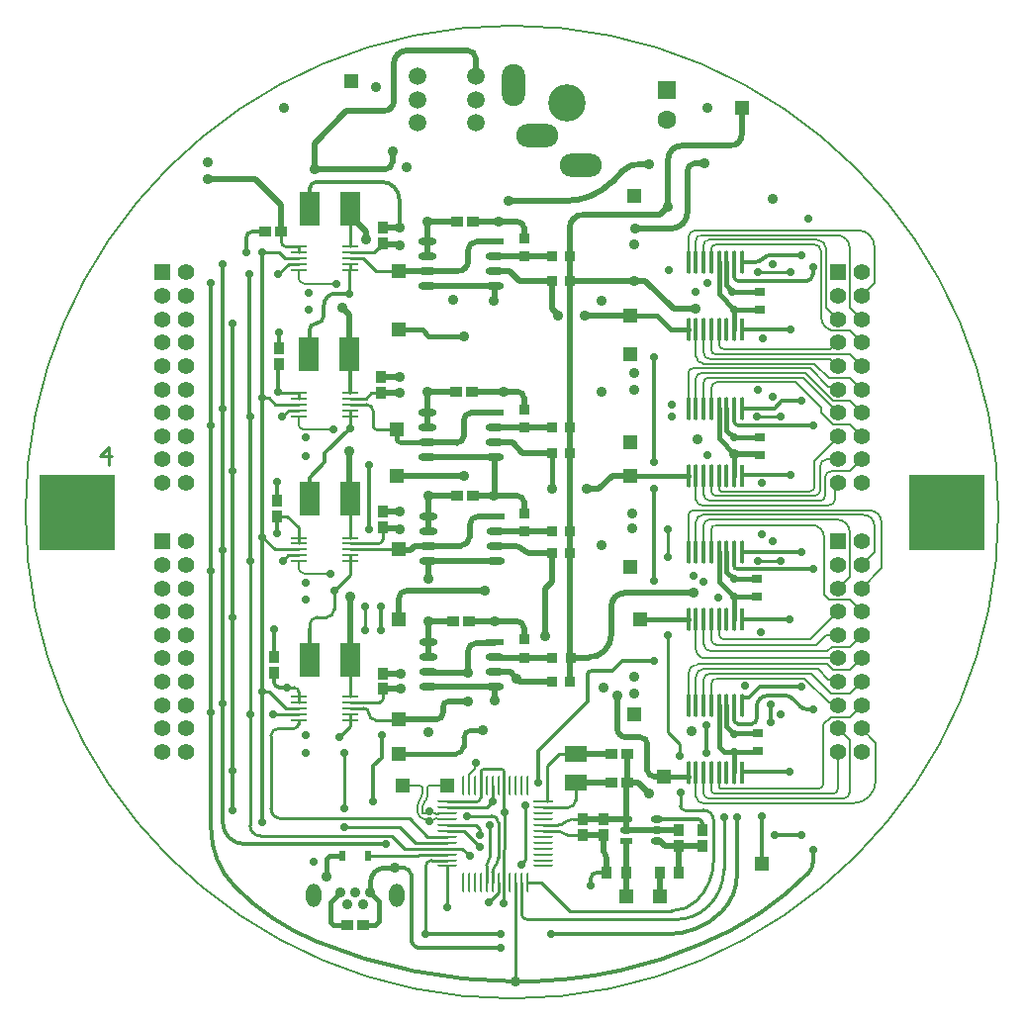
<source format=gbl>
G04*
G04 #@! TF.GenerationSoftware,Altium Limited,Altium Designer,23.3.1 (30)*
G04*
G04 Layer_Physical_Order=4*
G04 Layer_Color=16711680*
%FSLAX25Y25*%
%MOIN*%
G70*
G04*
G04 #@! TF.SameCoordinates,7FDB2B4D-D7D5-4B3D-9FC9-9F88D19D1CF5*
G04*
G04*
G04 #@! TF.FilePolarity,Positive*
G04*
G01*
G75*
%ADD10C,0.00984*%
%ADD12C,0.01575*%
%ADD13C,0.00787*%
%ADD14C,0.01968*%
%ADD20R,0.03381X0.03591*%
%ADD24R,0.05512X0.00984*%
%ADD25O,0.05512X0.00984*%
%ADD31R,0.03543X0.03150*%
%ADD32R,0.07087X0.11811*%
%ADD34R,0.03591X0.04166*%
%ADD36R,0.04166X0.03591*%
%ADD37R,0.01657X0.07699*%
G04:AMPARAMS|DCode=38|XSize=76.99mil|YSize=16.57mil|CornerRadius=8.28mil|HoleSize=0mil|Usage=FLASHONLY|Rotation=90.000|XOffset=0mil|YOffset=0mil|HoleType=Round|Shape=RoundedRectangle|*
%AMROUNDEDRECTD38*
21,1,0.07699,0.00000,0,0,90.0*
21,1,0.06042,0.01657,0,0,90.0*
1,1,0.01657,0.00000,0.03021*
1,1,0.01657,0.00000,-0.03021*
1,1,0.01657,0.00000,-0.03021*
1,1,0.01657,0.00000,0.03021*
%
%ADD38ROUNDEDRECTD38*%
%ADD39R,0.04134X0.02362*%
%ADD40O,0.04134X0.02362*%
%ADD41R,0.03591X0.03381*%
%ADD42O,0.06102X0.02362*%
%ADD43R,0.06102X0.02362*%
%ADD56C,0.06299*%
%ADD57R,0.05512X0.05512*%
%ADD61C,0.05906*%
%ADD67C,0.01181*%
%ADD68C,0.01000*%
%ADD69C,0.03543*%
%ADD70O,0.05118X0.07874*%
%ADD71R,0.05118X0.05118*%
%ADD72R,0.06299X0.06299*%
%ADD73R,0.25591X0.25591*%
%ADD74C,0.05512*%
%ADD75C,0.12598*%
%ADD76O,0.14173X0.07874*%
%ADD77O,0.07874X0.14173*%
%ADD78R,0.05118X0.05118*%
%ADD79C,0.02756*%
%ADD80R,0.02461X0.03268*%
%ADD81R,0.03378X0.03900*%
G04:AMPARAMS|DCode=82|XSize=9.94mil|YSize=65.17mil|CornerRadius=4.97mil|HoleSize=0mil|Usage=FLASHONLY|Rotation=180.000|XOffset=0mil|YOffset=0mil|HoleType=Round|Shape=RoundedRectangle|*
%AMROUNDEDRECTD82*
21,1,0.00994,0.05523,0,0,180.0*
21,1,0.00000,0.06517,0,0,180.0*
1,1,0.00994,0.00000,0.02761*
1,1,0.00994,0.00000,0.02761*
1,1,0.00994,0.00000,-0.02761*
1,1,0.00994,0.00000,-0.02761*
%
%ADD82ROUNDEDRECTD82*%
G04:AMPARAMS|DCode=83|XSize=65.17mil|YSize=9.94mil|CornerRadius=4.97mil|HoleSize=0mil|Usage=FLASHONLY|Rotation=180.000|XOffset=0mil|YOffset=0mil|HoleType=Round|Shape=RoundedRectangle|*
%AMROUNDEDRECTD83*
21,1,0.06517,0.00000,0,0,180.0*
21,1,0.05523,0.00994,0,0,180.0*
1,1,0.00994,-0.02761,0.00000*
1,1,0.00994,0.02761,0.00000*
1,1,0.00994,0.02761,0.00000*
1,1,0.00994,-0.02761,0.00000*
%
%ADD83ROUNDEDRECTD83*%
%ADD84R,0.06517X0.00994*%
%ADD85R,0.07480X0.05512*%
D10*
X56693Y-99016D02*
G03*
X58071Y-100394I1378J0D01*
G01*
X-62431Y-35433D02*
G03*
X-59941Y-32943I0J2490D01*
G01*
X-65453Y-35433D02*
G03*
X-68209Y-38189I0J-2756D01*
G01*
X-88287Y-105610D02*
G03*
X-84842Y-109055I3445J0D01*
G01*
X-77699Y90888D02*
G03*
X-76245Y89434I1454J0D01*
G01*
X-45005Y-10654D02*
G03*
X-43406Y-9055I0J1599D01*
G01*
X-44595Y-64083D02*
G03*
X-43406Y-62894I0J1190D01*
G01*
X-8071Y-117815D02*
G03*
X-8563Y-119003I1188J-1188D01*
G01*
X66344Y-132649D02*
G03*
X71358Y-120547I-12086J12097D01*
G01*
X55087Y-137303D02*
G03*
X66344Y-132649I5J15929D01*
G01*
X3248Y-135433D02*
G03*
X5118Y-137303I1870J0D01*
G01*
X53929Y-134350D02*
G03*
X62292Y-130890I0J11837D01*
G01*
D02*
G03*
X67913Y-117327I-13552J13563D01*
G01*
Y-103839D02*
G03*
X64468Y-100394I-3445J0D01*
G01*
X-27082Y-117325D02*
G03*
X-29035Y-119278I0J-1953D01*
G01*
X-78740Y-72933D02*
G03*
X-81201Y-75394I0J-2461D01*
G01*
X-73425Y-72933D02*
G03*
X-71949Y-71457I0J1476D01*
G01*
X-81201Y-99902D02*
G03*
X-77854Y-103248I3347J0D01*
G01*
X-8071Y-117815D02*
G03*
X-7382Y-116152I-1663J1663D01*
G01*
X-5906Y-119587D02*
G03*
X-6594Y-121250I1663J-1663D01*
G01*
X-5906Y-119587D02*
G03*
X-4626Y-116498I-3089J3089D01*
G01*
Y-104543D02*
G03*
X-6807Y-102362I-2181J0D01*
G01*
X-2657Y-122266D02*
G03*
X-2657Y-122273I984J-8D01*
G01*
X-2461Y-105564D02*
G03*
X-2462Y-105412I-4429J52D01*
G01*
X17224Y-108169D02*
G03*
X18669Y-108768I1445J1445D01*
G01*
X17224Y-108169D02*
G03*
X15561Y-107480I-1663J-1663D01*
G01*
X-2657Y-87697D02*
G03*
X-3740Y-86614I-1083J0D01*
G01*
X-9350D02*
G03*
X-10531Y-87795I0J-1181D01*
G01*
X-12008Y-97638D02*
G03*
X-10533Y-96163I0J1474D01*
G01*
X20366Y-103437D02*
G03*
X18209Y-104331I0J-3051D01*
G01*
X15357Y-105512D02*
G03*
X18209Y-104331I0J4033D01*
G01*
X-48228Y-67913D02*
G03*
X-46153Y-69989I2076J0D01*
G01*
X-48228Y-67716D02*
G03*
X-49893Y-66052I-1665J0D01*
G01*
X-46752Y28839D02*
G03*
X-45768Y27854I984J0D01*
G01*
X-46752Y33957D02*
G03*
X-49058Y36263I-2306J0D01*
G01*
X-71949Y-60433D02*
G03*
X-73327Y-59055I-1378J0D01*
G01*
X18859Y-99606D02*
G03*
X21457Y-97009I0J2597D01*
G01*
X56693Y-99016D02*
Y-94488D01*
X56595Y-82185D02*
Y-78150D01*
X52658Y-74213D02*
Y-41437D01*
Y-74213D02*
X56595Y-78150D01*
X-34547Y-103248D02*
X-28346Y-109449D01*
X-21852D01*
X-77854Y-103248D02*
X-34547D01*
X-44709Y88952D02*
X-43406Y90256D01*
X-46484Y87465D02*
X-44996Y88952D01*
X-44709D01*
X-54626Y87465D02*
X-46484D01*
X-45866Y81102D02*
X-38091D01*
X-54626Y85497D02*
X-50261D01*
X-45866Y81102D01*
X-54724Y73622D02*
Y81560D01*
X-65453Y-35433D02*
X-62431D01*
X-68209Y-39370D02*
Y-38189D01*
X52658Y-15280D02*
Y-5709D01*
X4429Y-117238D02*
Y-98917D01*
X3051Y-118616D02*
X4429Y-117238D01*
X-4628Y-128152D02*
Y-124708D01*
X-7874Y-131398D02*
X-4628Y-128152D01*
Y-124708D02*
X-4626Y-124707D01*
X-84842Y-109055D02*
X-40551D01*
X-36220Y-113386D01*
X-48474Y-115945D02*
X-31693D01*
X-31102Y-115354D01*
X-21852D01*
X-77699Y90888D02*
Y94488D01*
X-76245Y89434D02*
X-71949D01*
X-54626Y-64083D02*
X-44595D01*
X-54626Y-10654D02*
X-45005D01*
X-8563Y-124707D02*
Y-119003D01*
X1281Y-158166D02*
Y-124708D01*
X8858Y-137303D02*
X55087D01*
X55087Y-137303D02*
X55087Y-137303D01*
X5118D02*
X8858D01*
X3248Y-135433D02*
Y-124707D01*
X71358Y-120547D02*
Y-102854D01*
X67913Y-117327D02*
Y-103839D01*
X58071Y-100394D02*
X64468D01*
X19433Y-134350D02*
X53929D01*
X-27082Y-117325D02*
X-21854D01*
X-29035Y-142224D02*
Y-119278D01*
X-36220Y-113386D02*
X-21852D01*
X-37894Y-106004D02*
X-32480Y-111417D01*
X-56595Y-106004D02*
X-37894D01*
X-32480Y-111417D02*
X-21852D01*
X-56595Y-99902D02*
Y-81201D01*
X-78740Y-72933D02*
X-73425D01*
X-81201Y-99902D02*
Y-75394D01*
X-84153Y-8366D02*
X-79897Y-12623D01*
X-71949D01*
X-4626Y-116498D02*
Y-104543D01*
X-15256Y-102362D02*
X-6807D01*
X-6594Y-124707D02*
Y-121250D01*
X-7382Y-116152D02*
Y-105512D01*
X-21850Y-107482D02*
X-16041D01*
X-16730Y-113388D02*
X-14272Y-115847D01*
X-16041Y-107482D02*
X-10827Y-112697D01*
X-21850Y-113388D02*
X-16730D01*
X-2657Y-122266D02*
X-2461Y-105564D01*
X-2559Y-101083D02*
X-2462Y-105412D01*
X-2657Y-124707D02*
Y-122273D01*
X-12393Y-105520D02*
Y-105512D01*
X-12285Y-105520D02*
X-10970Y-106835D01*
X-21852Y-105512D02*
X-12393D01*
X-10970Y-108617D02*
Y-106835D01*
X-12393Y-105520D02*
X-12285D01*
X-2657Y-100984D02*
Y-92222D01*
Y-87697D01*
X-6594Y-97638D02*
Y-92222D01*
X-21852Y-99606D02*
X-8563D01*
X-6594Y-97638D01*
X-21852Y-133167D02*
Y-119291D01*
X-2657Y-131890D02*
Y-124707D01*
X18669Y-108768D02*
X23917D01*
X10632Y-107480D02*
X15561D01*
X-9350Y-86614D02*
X-3740D01*
X-10531Y-92222D02*
Y-87795D01*
X-21852Y-97638D02*
X-12008D01*
X-88287Y-105610D02*
Y-68012D01*
X20366Y-103437D02*
X23917D01*
X-46153Y-69989D02*
X-38296D01*
X-48228Y-67913D02*
Y-67716D01*
X-54626Y-66052D02*
X-49893D01*
X-59941Y-32943D02*
Y-26476D01*
X-54626Y-21161D01*
X-46752Y28839D02*
Y33957D01*
X-45768Y27854D02*
X-38780D01*
X-54626Y36263D02*
X-49058D01*
X-71949Y-62115D02*
Y-60433D01*
X-75787Y-59055D02*
X-73327D01*
X-43406Y-9055D02*
Y-5126D01*
X10632Y-99606D02*
X18859D01*
X21457Y-97009D02*
Y-91043D01*
X-21852Y-107480D02*
X-21850Y-107482D01*
X-88287Y-68012D02*
Y-16437D01*
X-71949Y-64083D02*
Y-62115D01*
X-76271Y-66052D02*
X-71949D01*
X-81791Y-60532D02*
X-76271Y-66052D01*
X-84153Y-60532D02*
X-81791D01*
X-80418Y-68020D02*
X-71949D01*
X-78543Y87402D02*
X-76639Y85497D01*
X-83957Y87402D02*
X-78543D01*
X-76639Y85497D02*
X-71949D01*
X-78740Y80020D02*
X-75232Y83528D01*
X82874Y80905D02*
X93799D01*
X-21852Y-113386D02*
X-21850Y-113388D01*
X-10533Y-96163D02*
Y-92224D01*
X9790Y-124707D02*
X19433Y-134350D01*
X5217Y-124707D02*
X9790D01*
X12008Y-85433D02*
X15846Y-81595D01*
X12008Y-97633D02*
Y-85433D01*
X15846Y-81595D02*
X21457D01*
X12003Y-97638D02*
X12008Y-97633D01*
X-21854Y-117325D02*
X-21852Y-117323D01*
X-71949Y-71457D02*
Y-69989D01*
X82874Y-16339D02*
X90551D01*
X82677Y32186D02*
X90454D01*
X-49508Y-39665D02*
Y-31693D01*
X-54626Y-12623D02*
X-38288D01*
X-58169Y-75689D02*
X-54626Y-72146D01*
X-75232Y83528D02*
X-71949D01*
X-77362Y32185D02*
X-75253Y34295D01*
X-71949D01*
X-77264Y-16437D02*
X-75418Y-14591D01*
X-71949D01*
X-54626Y-21161D02*
Y-16560D01*
X-54626D02*
X-54626D01*
X-54626Y81560D02*
X-54626D01*
X-54724D02*
X-54626D01*
Y-69989D02*
Y-68020D01*
Y-72146D02*
Y-69989D01*
Y32326D02*
X-54626D01*
Y28051D02*
Y32326D01*
X-78586Y40200D02*
X-72005D01*
X-79669Y36263D02*
X-71949D01*
X-81791Y38386D02*
X-79669Y36263D01*
X-84153Y38386D02*
X-81791D01*
X-79134Y-1394D02*
X-75772D01*
X-71949Y-8686D02*
Y-5217D01*
X-75772Y-1394D02*
X-71949Y-5217D01*
Y-10654D02*
Y-8686D01*
X-54626Y81560D02*
Y83528D01*
Y-62115D02*
Y-49803D01*
Y32326D02*
Y34295D01*
X-49268Y38232D02*
X-47449Y40051D01*
X-54626Y38232D02*
X-49268D01*
X-38296Y-69989D02*
X-38287Y-69980D01*
X-43406Y-62894D02*
Y-59654D01*
X-54626Y89434D02*
Y99803D01*
X-71949Y38232D02*
Y40200D01*
X-47449Y40051D02*
X-43996D01*
X-54626Y-8686D02*
Y3642D01*
X-10533Y-92224D02*
X-10531Y-92222D01*
X10632Y-105512D02*
X15357D01*
X-71949Y87465D02*
Y89434D01*
X-54626Y-16560D02*
Y-14591D01*
D12*
X-13681Y-73524D02*
G03*
X-16233Y-76076I0J-2552D01*
G01*
X-19127Y-81595D02*
G03*
X-16233Y-78701I0J2894D01*
G01*
X-38681Y24606D02*
G03*
X-37461Y23386I1221J0D01*
G01*
X-47695Y-124728D02*
G03*
X-47695Y-124707I-1575J19D01*
G01*
X-42812Y-119939D02*
G03*
X-42795Y-119939I36J1574D01*
G01*
X-42812Y-119939D02*
G03*
X-47695Y-124707I-133J-4747D01*
G01*
X39764Y66339D02*
X48819D01*
X53647Y61510D01*
X-13681Y-73524D02*
X-9843D01*
X-16233Y-78701D02*
Y-76076D01*
X-38287Y-81595D02*
X-19127D01*
X74360Y74262D02*
X83415D01*
X69685Y-79035D02*
X71358Y-80709D01*
X74902D01*
X82579D01*
X74819Y-87578D02*
X74841Y-87600D01*
X74819Y-87578D02*
Y-84640D01*
X74902Y-84557D01*
Y-80709D01*
X69685Y-79035D02*
Y-65057D01*
X75000Y-74606D02*
X82776D01*
X72244Y-72047D02*
X74902Y-74705D01*
X72244Y-72047D02*
Y-65058D01*
X-61537Y-115945D02*
X-57234D01*
X-62459Y-122777D02*
Y-116867D01*
X-61537Y-115945D01*
X-38681Y24606D02*
Y27756D01*
X-37461Y23386D02*
X-28346D01*
X-47736Y-128150D02*
X-44783Y-131102D01*
X-46260Y-139173D02*
X-44783Y-137697D01*
Y-131102D01*
X-50189Y-139173D02*
X-46260D01*
X-61221Y-137992D02*
Y-131496D01*
X-57972Y-128248D01*
X-61221Y-137992D02*
X-60039Y-139173D01*
X-55520D01*
X-42795Y-119939D02*
X-39370Y-119980D01*
X-47695Y-124707D02*
X-47695D01*
X-47736Y-128150D02*
X-47695Y-124728D01*
X-42795Y-119939D02*
X-42795Y-119939D01*
X72244Y-20079D02*
X74803Y-22638D01*
X72244Y-20079D02*
Y-13483D01*
X39764Y12302D02*
X59449D01*
X-16240Y59252D02*
X-16237D01*
X-28051D02*
X-16240D01*
X-38091Y61509D02*
X-30308D01*
X-28051Y59252D01*
X59411Y-89075D02*
X59449Y-89037D01*
X51181Y-89075D02*
X59411D01*
X13432Y7920D02*
Y19836D01*
X13386Y7874D02*
X13432Y7920D01*
X69685Y73425D02*
Y84151D01*
Y73425D02*
X74803Y68307D01*
X43257Y-36124D02*
X59449D01*
X74803Y61510D02*
Y68307D01*
X74803Y68307D02*
X83465D01*
X72244Y76378D02*
Y84151D01*
Y76378D02*
X74311Y74311D01*
X74803Y-22638D02*
X82579D01*
X74803Y-22638D02*
X74803Y-22638D01*
X69685Y-23425D02*
Y-13483D01*
Y-23425D02*
X74803Y-28543D01*
Y-36124D02*
Y-28543D01*
X82579D01*
X69685Y24705D02*
Y34942D01*
Y24705D02*
X74803Y19587D01*
X72244Y27657D02*
Y34942D01*
Y27657D02*
X74803Y25098D01*
Y12302D02*
Y19587D01*
Y25098D02*
X83366D01*
X53647Y61510D02*
X59449D01*
X72244Y-65057D02*
X72244Y-65058D01*
D13*
X-71949Y78997D02*
G03*
X-69921Y76968I2028J0D01*
G01*
X-24817Y-103396D02*
G03*
X-25174Y-103248I-356J-356D01*
G01*
X-24817Y-103396D02*
G03*
X-24461Y-103543I356J356D01*
G01*
X-25638Y-103248D02*
G03*
X-26785Y-103723I0J-1624D01*
G01*
D02*
G03*
X-26786Y-103724I1148J-1149D01*
G01*
X-30350Y-92453D02*
G03*
X-30907Y-92222I-557J-557D01*
G01*
X-30119Y-93010D02*
G03*
X-30350Y-92453I-787J0D01*
G01*
X-31004Y-96852D02*
G03*
X-31890Y-98990I2137J-2137D01*
G01*
Y-100889D02*
G03*
X-31200Y-102554I2355J0D01*
G01*
X-30967Y-102787D02*
G03*
X-29854Y-103248I1113J1113D01*
G01*
X-28740Y-103709D02*
G03*
X-29854Y-103248I-1113J-1113D01*
G01*
X-26824Y-101160D02*
G03*
X-26823Y-101161I1240J1240D01*
G01*
X-21948Y-101614D02*
G03*
X-21852Y-101575I0J135D01*
G01*
X-24716Y-101614D02*
G03*
X-24858Y-101673I0J-201D01*
G01*
X-26823Y-101161D02*
G03*
X-25584Y-101673I1239J1240D01*
G01*
X-27757Y-92222D02*
G03*
X-28314Y-92453I0J-787D01*
G01*
D02*
G03*
X-28544Y-93010I557J-557D01*
G01*
X-29430Y-97505D02*
G03*
X-30315Y-99642I2137J-2137D01*
G01*
Y-100886D02*
G03*
X-30084Y-101443I787J0D01*
G01*
D02*
G03*
X-29528Y-101673I557J557D01*
G01*
X-28972Y-101444D02*
G03*
X-28971Y-101443I-556J558D01*
G01*
X-29528Y-101673D02*
G03*
X-28972Y-101444I0J787D01*
G01*
X-27756Y-104232D02*
G03*
X-26969Y-103906I0J1114D01*
G01*
Y-101015D02*
G03*
X-27756Y-100689I-787J-787D01*
G01*
X-29004Y-97079D02*
G03*
X-28544Y-95970I-1109J1109D01*
G01*
X-27756Y-100689D02*
G03*
X-28543Y-101015I0J-1114D01*
G01*
X-31004Y-96852D02*
G03*
X-30119Y-94715I-2137J2137D01*
G01*
X-28543Y-103906D02*
G03*
X-27756Y-104232I787J787D01*
G01*
X-71949Y29429D02*
G03*
X-70472Y27953I1476J0D01*
G01*
X-71949Y-18701D02*
G03*
X-69980Y-20669I1969J0D01*
G01*
X122047Y-4429D02*
G03*
X118602Y-984I-3445J0D01*
G01*
X105217Y-8694D02*
G03*
X100853Y-4331I-4363J0D01*
G01*
X113780Y-6787D02*
G03*
X109551Y-2559I-4228J0D01*
G01*
X124508Y-3525D02*
G03*
X120392Y591I-4116J0D01*
G01*
X114851Y-98130D02*
G03*
X122539Y-90441I0J7689D01*
G01*
X68996Y-56004D02*
G03*
X67126Y-57874I0J-1870D01*
G01*
X66634Y-54429D02*
G03*
X64567Y-56496I0J-2067D01*
G01*
X64567Y-52854D02*
G03*
X62008Y-55413I0J-2559D01*
G01*
X62500Y-51279D02*
G03*
X59449Y-54331I0J-3051D01*
G01*
X61910Y-45965D02*
G03*
X65254Y-49310I3345J0D01*
G01*
X64665Y-44488D02*
G03*
X67126Y-46949I2461J0D01*
G01*
X67126Y-42913D02*
G03*
X68996Y-44783I1870J0D01*
G01*
X69685Y-41043D02*
G03*
X71555Y-42913I1870J0D01*
G01*
X104134Y65868D02*
G03*
X108986Y61016I4853J0D01*
G01*
X113780Y89003D02*
G03*
X109476Y93307I-4304J0D01*
G01*
X105906Y88628D02*
G03*
X102801Y91732I-3105J0D01*
G01*
X105898Y17709D02*
G03*
X103937Y15748I0J-1961D01*
G01*
X107669Y13772D02*
G03*
X105512Y11614I0J-2157D01*
G01*
X106496Y2165D02*
G03*
X108960Y4629I0J2464D01*
G01*
X103748Y3740D02*
G03*
X105512Y5504I0J1764D01*
G01*
X101870Y5413D02*
G03*
X103937Y7480I0J2067D01*
G01*
X100295Y6988D02*
G03*
X101969Y8661I0J1673D01*
G01*
X68701Y-4331D02*
G03*
X67126Y-5906I0J-1575D01*
G01*
X66437Y-2559D02*
G03*
X64567Y-4429I0J-1870D01*
G01*
X64173Y-984D02*
G03*
X62008Y-3150I0J-2165D01*
G01*
X61122Y591D02*
G03*
X59449Y-1083I0J-1673D01*
G01*
X69685Y7897D02*
G03*
X70594Y6988I909J0D01*
G01*
X67126Y7087D02*
G03*
X68799Y5413I1673J0D01*
G01*
X64567Y6004D02*
G03*
X66831Y3740I2264J0D01*
G01*
X62008Y4331D02*
G03*
X64173Y2165I2165J0D01*
G01*
X64567Y-94784D02*
G03*
X66240Y-96457I1673J0D01*
G01*
X111713D02*
G03*
X113780Y-94390I0J2067D01*
G01*
X62008Y-95669D02*
G03*
X64468Y-98130I2461J0D01*
G01*
X69685Y-92421D02*
G03*
X70571Y-93307I886J0D01*
G01*
X103150D02*
G03*
X104921Y-91535I0J1772D01*
G01*
X67126Y-93504D02*
G03*
X68504Y-94882I1378J0D01*
G01*
X108169D02*
G03*
X109843Y-93209I0J1673D01*
G01*
X122047Y89613D02*
G03*
X116778Y94882I-5269J0D01*
G01*
X104134Y87894D02*
G03*
X101870Y90158I-2264J0D01*
G01*
X68799D02*
G03*
X67126Y88484I0J-1673D01*
G01*
X66240Y91732D02*
G03*
X64567Y90059I0J-1673D01*
G01*
X63681Y93307D02*
G03*
X62008Y91634I0J-1673D01*
G01*
X61811Y94882D02*
G03*
X59449Y92520I0J-2362D01*
G01*
X64567Y53740D02*
G03*
X66740Y51567I2173J0D01*
G01*
X62008Y52559D02*
G03*
X64575Y49992I2567J0D01*
G01*
X68890Y43693D02*
G03*
X67292Y42095I0J-1598D01*
G01*
X63844Y46843D02*
G03*
X62008Y45006I0J-1836D01*
G01*
X66232Y45268D02*
G03*
X64567Y43602I0J-1665D01*
G01*
X69685Y56693D02*
G03*
X71555Y54823I1870J0D01*
G01*
X67126Y54626D02*
G03*
X68610Y53142I1484J0D01*
G01*
X60917Y48417D02*
G03*
X59449Y46949I0J-1469D01*
G01*
X-69921Y76968D02*
X-59055D01*
X-12390Y-84438D02*
X-12303Y-84350D01*
X-12390Y-86406D02*
Y-84438D01*
X-25638Y-103248D02*
X-25174D01*
X-24461Y-103543D02*
X-21852D01*
X-26786Y-103724D02*
X-26785Y-103723D01*
X-26969Y-103906D02*
X-26786Y-103724D01*
X-36811Y-92222D02*
X-30907D01*
X-30119Y-94715D02*
Y-93010D01*
X-31890Y-100889D02*
Y-98990D01*
X-31200Y-102554D02*
X-30967Y-102787D01*
X-28740Y-103709D02*
X-28543Y-103906D01*
X-26824Y-101160D02*
X-26823Y-101161D01*
X-26969Y-101015D02*
X-26824Y-101160D01*
X-24716Y-101614D02*
X-21948D01*
X-25584Y-101673D02*
X-24858D01*
X-27757Y-92222D02*
X-21852D01*
X-28544Y-95970D02*
Y-93010D01*
X-30315Y-100886D02*
Y-99642D01*
X-28971Y-101443D02*
X-28543Y-101015D01*
X-28972Y-101444D02*
X-28971Y-101443D01*
X-29430Y-97505D02*
X-29004Y-97079D01*
X-71949Y29429D02*
Y32326D01*
X-70472Y27953D02*
X-60236D01*
X100491Y-42913D02*
X109843Y-33562D01*
X71555Y-42913D02*
X100491D01*
X104134Y65868D02*
Y87894D01*
X-69980Y-20669D02*
X-61024D01*
X-71949Y-18701D02*
Y-16560D01*
Y78997D02*
Y81560D01*
X122047Y-13483D02*
Y-4429D01*
X64173Y-984D02*
X118602D01*
X105217Y-27854D02*
Y-8694D01*
X68701Y-4331D02*
X100853D01*
X66437Y-2559D02*
X109551D01*
X113780Y-21750D02*
Y-6787D01*
X124508Y-18896D02*
Y-3525D01*
X61122Y591D02*
X120392D01*
X-14469Y-88386D02*
X-12489Y-86406D01*
X-12390D01*
X122539Y-90441D02*
Y-77754D01*
X64468Y-98130D02*
X114851D01*
X67126Y-65057D02*
Y-57874D01*
X68996Y-56004D02*
X98524D01*
X64567Y-65057D02*
Y-56496D01*
X66634Y-54429D02*
X100689D01*
X62008Y-65057D02*
Y-55413D01*
X64567Y-52854D02*
X103051D01*
X59449Y-65057D02*
Y-54331D01*
X62500Y-51279D02*
X106245D01*
X61910Y-45965D02*
Y-36222D01*
X65254Y-49310D02*
X109843D01*
X64665Y-44488D02*
Y-36222D01*
X67126Y-46949D02*
X106201D01*
X68996Y-44783D02*
X102461D01*
X67126Y-42913D02*
Y-36124D01*
X69685Y-41043D02*
Y-36124D01*
X108986Y61016D02*
X111473D01*
X113780Y68890D02*
Y89003D01*
X63681Y93307D02*
X109476D01*
X105906Y68890D02*
Y88628D01*
X66240Y91732D02*
X102801D01*
X105898Y17709D02*
X109843D01*
X103937Y7480D02*
Y15748D01*
X105512Y5504D02*
Y11614D01*
X107669Y13772D02*
X111473D01*
X64173Y2165D02*
X106496D01*
X66831Y3740D02*
X103748D01*
X68799Y5413D02*
X101870D01*
X70594Y6988D02*
X100295D01*
X67126Y-13483D02*
Y-5906D01*
X64567Y-13483D02*
Y-4429D01*
X62008Y-13483D02*
Y-3150D01*
X59449Y-13483D02*
Y-1083D01*
X69685Y7897D02*
Y12302D01*
X67126Y7087D02*
Y12302D01*
X64567Y6004D02*
Y12302D01*
X62008Y4331D02*
Y12302D01*
X66240Y-96457D02*
X111713D01*
X-14469Y-92222D02*
Y-88386D01*
X70571Y-93307D02*
X103150D01*
X115960Y-65057D02*
X117717D01*
X68504Y-94882D02*
X108169D01*
X62008Y-95669D02*
Y-87698D01*
X64567Y-94784D02*
Y-87698D01*
X67126Y-93504D02*
Y-87698D01*
X109843Y-93209D02*
Y-80806D01*
X104921Y-91535D02*
Y-71457D01*
X69685Y-92421D02*
Y-87698D01*
X122047Y77157D02*
Y89613D01*
X117717Y72827D02*
X122047Y77157D01*
X61811Y94882D02*
X116778D01*
X68799Y90158D02*
X101870D01*
X67126Y84151D02*
Y88484D01*
X64567Y84151D02*
Y90059D01*
X62008Y84151D02*
Y91634D01*
X59449Y84151D02*
Y92520D01*
X107289Y51567D02*
X109652Y49205D01*
X109843D01*
X66740Y51567D02*
X107289D01*
X60917Y48417D02*
X100402D01*
X63844Y46843D02*
X98684D01*
X67292Y35109D02*
Y42095D01*
X108133Y37394D02*
X113780D01*
X95677Y43693D02*
X104331Y35039D01*
X100402Y48417D02*
X106669Y42150D01*
X98684Y46843D02*
X108133Y37394D01*
X68890Y43693D02*
X95677D01*
X106669Y42150D02*
X109023D01*
X98032Y45268D02*
X109843Y33457D01*
X67126Y34942D02*
X67292Y35109D01*
X64575Y49992D02*
X101976D01*
X106701Y45268D01*
X111473D01*
X66232Y45268D02*
X98032D01*
X64567Y34942D02*
Y43602D01*
X104331Y33401D02*
Y35039D01*
X109439Y57079D02*
X109843D01*
X107183Y54823D02*
X109439Y57079D01*
X71555Y54823D02*
X107183D01*
X69685Y56693D02*
Y61510D01*
X68610Y53142D02*
X113780D01*
X67126Y54626D02*
Y61510D01*
X64567Y53740D02*
Y61510D01*
X62008Y52559D02*
Y61510D01*
Y34942D02*
Y45006D01*
X59449Y34942D02*
Y46949D01*
X105217Y-27854D02*
X106987Y-29625D01*
X109843Y-25688D02*
X113780Y-21750D01*
X106987Y-29625D02*
X113780D01*
X117717Y-33562D01*
Y-25688D02*
X124508Y-18896D01*
X117717Y-17813D02*
X122047Y-13483D01*
X104921Y-71457D02*
X107383Y-68995D01*
X108979Y-64194D02*
X109843Y-65057D01*
X106713Y-64194D02*
X108979D01*
X98524Y-56004D02*
X106713Y-64194D01*
X106245Y-51279D02*
X108212Y-53246D01*
X100689Y-54429D02*
X107380Y-61120D01*
X103051Y-52854D02*
X106615Y-56418D01*
X109077D02*
X109843Y-57183D01*
X106615Y-56418D02*
X109077D01*
X109953Y-53248D02*
X113778D01*
X108212Y-53246D02*
X109952D01*
X109953Y-53248D01*
X113778D02*
X117717Y-49310D01*
X106201Y-46949D02*
X107777Y-45373D01*
X102461Y-44783D02*
X105809Y-41436D01*
X107777Y-45373D02*
X113780D01*
X117717Y-72932D02*
X122539Y-77754D01*
X107380Y-61120D02*
X111473D01*
X105809Y-41436D02*
X109843D01*
X107383Y-68995D02*
X113780D01*
Y-94390D02*
Y-76869D01*
X109843Y-72932D02*
X113780Y-76869D01*
Y-68995D02*
X117717Y-65057D01*
X111473Y-61120D02*
X111473Y-61120D01*
X113780D01*
X117717Y-57183D01*
X113780Y-45373D02*
X117717Y-41436D01*
X113780Y68890D02*
X117717Y64953D01*
X111473Y61016D02*
X111473Y61016D01*
X113780D01*
X117717Y57079D01*
X105906Y68890D02*
X109843Y64953D01*
X113780Y53142D02*
X117717Y49205D01*
X109023Y42150D02*
X109843Y41331D01*
X111473Y45268D02*
X111473Y45268D01*
X113780D01*
X117717Y41331D01*
X113780Y37394D02*
X117717Y33457D01*
X104331Y33401D02*
X108212Y29520D01*
X111473Y29520D02*
X113780D01*
X108212Y29520D02*
X111473D01*
X113780Y29520D02*
X117717Y25583D01*
X111473Y29520D02*
X111473Y29520D01*
X101969Y17323D02*
X109843Y25197D01*
Y25583D01*
X101969Y8661D02*
Y17323D01*
X108960Y4629D02*
Y8952D01*
X109843Y9835D01*
X111473Y13772D02*
X111473Y13772D01*
X113780D01*
X117717Y17709D01*
X64567Y-36124D02*
X64665Y-36222D01*
X61910D02*
X62008Y-36124D01*
X67126Y-87698D02*
X67126Y-87698D01*
X163878Y0D02*
G03*
X163878Y0I-163878J0D01*
G01*
D14*
X57087Y123425D02*
G03*
X52658Y118996I0J-4429D01*
G01*
X61516Y117421D02*
G03*
X59055Y114961I0J-2461D01*
G01*
X53843Y95575D02*
G03*
X59055Y100787I0J5213D01*
G01*
X4035Y95768D02*
G03*
X1969Y97835I-2067J0D01*
G01*
X4035Y38386D02*
G03*
X1772Y40650I-2264J0D01*
G01*
X4035Y3347D02*
G03*
X1969Y5413I-2067J0D01*
G01*
X4036Y-39173D02*
G03*
X1575Y-36713I-2461J0D01*
G01*
X1476Y-56102D02*
G03*
X2362Y-56988I886J0D01*
G01*
X37992Y-27264D02*
G03*
X33465Y-31791I0J-4528D01*
G01*
X23917Y100197D02*
G03*
X19495Y95774I0J-4422D01*
G01*
X-12205Y152756D02*
G03*
X-14961Y155512I-2756J0D01*
G01*
X-35433D02*
G03*
X-39764Y151181I0J-4331D01*
G01*
X-43307Y135039D02*
G03*
X-39764Y138583I0J3543D01*
G01*
X-42913Y115354D02*
G03*
X-40256Y118012I0J2657D01*
G01*
X31908Y-116627D02*
G03*
X31299Y-115157I-2078J0D01*
G01*
X31004Y-114445D02*
G03*
X31299Y-115157I1008J0D01*
G01*
X3937Y-12795D02*
G03*
X468Y-11358I-3469J-3469D01*
G01*
X3937Y-12795D02*
G03*
X6788Y-13976I2851J2851D01*
G01*
X-21555Y-63878D02*
G03*
X-23130Y-65453I0J-1575D01*
G01*
X-25680Y-69972D02*
G03*
X-23130Y-67421I0J2550D01*
G01*
X45669Y-87008D02*
G03*
X47736Y-89075I2067J0D01*
G01*
X35433Y-72736D02*
G03*
X38604Y-75907I3171J0D01*
G01*
X45669Y-78347D02*
G03*
X43230Y-75907I-2440J0D01*
G01*
X25713Y-49016D02*
G03*
X33465Y-41264I0J7752D01*
G01*
X-35531Y-26476D02*
G03*
X-38091Y-29035I0J-2559D01*
G01*
X-11201Y-1358D02*
G03*
X-14272Y-4429I0J-3071D01*
G01*
X-17264Y-11358D02*
G03*
X-14272Y-8366I0J2992D01*
G01*
X-11949Y91102D02*
G03*
X-14764Y88287I0J-2815D01*
G01*
X-18307Y81102D02*
G03*
X-14764Y84646I0J3543D01*
G01*
X43012Y117323D02*
G03*
X37467Y115026I0J-7841D01*
G01*
X18057Y104823D02*
G03*
X33775Y111335I6J22213D01*
G01*
X73700Y123425D02*
G03*
X77444Y127170I0J3745D01*
G01*
X-38681Y27756D02*
G03*
X-38780Y27854I-99J0D01*
G01*
X-13858Y33386D02*
G03*
X-16240Y31004I0J-2382D01*
G01*
X-18504Y23327D02*
G03*
X-16240Y25591I0J2264D01*
G01*
X-12087Y-44173D02*
G03*
X-14921Y-47008I0J-2835D01*
G01*
X49723Y-129331D02*
Y-121457D01*
X52658Y102953D02*
Y118996D01*
X23917Y100197D02*
X49902D01*
X52658Y102953D01*
X-54429Y99902D02*
X-49086Y94559D01*
Y92000D02*
Y94559D01*
X61516Y117421D02*
X64862D01*
X59055Y100787D02*
Y114961D01*
X41433Y95575D02*
X53843D01*
X4035Y92218D02*
Y95768D01*
Y34502D02*
Y38386D01*
X-2953Y40650D02*
X1772D01*
X4035Y-380D02*
Y3347D01*
X4036Y-42900D02*
Y-39173D01*
X-4528Y97835D02*
X1969D01*
X-6004Y76102D02*
X-5955Y76053D01*
X-6004Y5413D02*
X1969D01*
X-5906Y-36713D02*
X1575D01*
X19495Y77854D02*
X41142D01*
X44989D01*
X54438Y68405D01*
X-650Y-53976D02*
X1476Y-56102D01*
X-5709Y-53976D02*
X-650D01*
X2362Y-56988D02*
X13477D01*
X42565Y-91285D02*
X46260Y-94980D01*
X38931Y-91285D02*
X42565D01*
X38689Y-91043D02*
X38931Y-91285D01*
X46260Y-94980D02*
X46260D01*
X37992Y-27264D02*
X61024D01*
X-12205Y146850D02*
Y152756D01*
X-35433Y155512D02*
X-14961D01*
X-39764Y138583D02*
Y151181D01*
X-55807Y135039D02*
X-43307D01*
X-66535Y115354D02*
X-42913D01*
X54438Y68405D02*
X62008D01*
X31004Y-114445D02*
Y-108768D01*
X31908Y-121457D02*
Y-116627D01*
X-5610Y-11358D02*
X468D01*
X6788Y-13976D02*
X13379D01*
X13379Y68445D02*
X15354Y66470D01*
X13379Y68445D02*
Y77854D01*
X-23130Y-67421D02*
Y-65453D01*
X-38279Y-69972D02*
X-25680D01*
X-21555Y-63878D02*
X-14862D01*
X47736Y-89075D02*
X51181D01*
X45669Y-87008D02*
Y-78347D01*
X38604Y-75907D02*
X43230D01*
X35433Y-72736D02*
Y-61713D01*
X33465Y-41264D02*
Y-31791D01*
X19692Y-49016D02*
X25713D01*
X-35531Y-26476D02*
X-9252D01*
X-38091Y-36124D02*
Y-29035D01*
X-11201Y-1358D02*
X-5610D01*
X-14272Y-8366D02*
Y-4429D01*
X-14764Y84646D02*
Y88287D01*
X-28346Y81102D02*
X-18307D01*
X43012Y117323D02*
X46063D01*
X33775Y111335D02*
X37467Y115026D01*
X-1280Y104823D02*
X18057D01*
X18057Y104823D02*
X18057Y104823D01*
X19495Y86024D02*
Y95774D01*
X77444Y127170D02*
Y136007D01*
X57087Y123425D02*
X73700D01*
X29331Y7874D02*
X33758Y12302D01*
X39764D01*
X25295Y7874D02*
X29331D01*
X-16240Y25591D02*
Y31004D01*
X-18602Y23327D02*
X-18504D01*
X-18602D02*
Y23386D01*
X-13858Y33386D02*
X-5906D01*
X-28346Y23386D02*
X-18602D01*
X-12087Y-44173D02*
X-5906D01*
X-14921Y-53976D02*
Y-47008D01*
X-5709Y-63386D02*
Y-58976D01*
X-43402Y-54327D02*
X-37602D01*
X-38780Y12303D02*
X-16142D01*
X-28150Y-36713D02*
X-19791D01*
X38537Y-103286D02*
Y-91195D01*
X38386Y-103437D02*
X38537Y-103286D01*
Y-91195D02*
X38689Y-91043D01*
X-40256Y118012D02*
Y121555D01*
X-66535Y124311D02*
X-55807Y135039D01*
X-66535Y115354D02*
Y124311D01*
X19593Y19882D02*
Y28424D01*
X19544Y28474D02*
Y77805D01*
X19495Y77854D02*
X19544Y77805D01*
Y28474D02*
X19593Y28424D01*
X24705Y66240D02*
X39665D01*
X-5906Y-44173D02*
X-5709Y-43976D01*
X-54626Y-49803D02*
Y-28543D01*
X11319Y-25689D02*
X13379Y-23629D01*
Y-13976D01*
X11319Y-41831D02*
Y-25689D01*
X-54724Y4724D02*
X-54626Y4626D01*
X-54724Y4724D02*
Y20669D01*
X-42927Y90065D02*
X-38097D01*
X3642Y19882D02*
X13432D01*
X-28346Y28386D02*
Y33386D01*
X-42927Y-5604D02*
X-38097D01*
X-54823Y53150D02*
Y66634D01*
X-57087Y68898D02*
X-54823Y66634D01*
X-28120Y-54006D02*
X-14892D01*
X-28100Y-22392D02*
Y-16408D01*
X-28051Y-16358D02*
X-5610D01*
X-28051Y-6358D02*
Y-1358D01*
X83169Y19587D02*
X83465Y19291D01*
X74803Y19587D02*
X83169D01*
X-28150Y-58976D02*
X-6216D01*
X-102362Y112205D02*
X-86417D01*
X-77699Y94488D02*
Y103486D01*
X-86417Y112205D02*
X-77699Y103486D01*
X-43402Y-59650D02*
X-37602D01*
X-43406Y95874D02*
X-43360Y95919D01*
X-37939D01*
X-37898Y45378D02*
X-37894Y45374D01*
X-43996Y45382D02*
X-43992Y45378D01*
X-37898D01*
X-43992Y40055D02*
X-37898D01*
X-43996Y40051D02*
X-43992Y40055D01*
X-43402Y201D02*
X-37898D01*
X21457Y-81595D02*
X33358D01*
X21457Y-91043D02*
X33358D01*
X-13083Y5413D02*
X-6004D01*
X-28051Y-11358D02*
X-17264D01*
X-32913D02*
X-28051D01*
X-38213Y-12697D02*
X-34252D01*
X-32913Y-11358D01*
X-28346Y97933D02*
X-18610D01*
X-28346Y91102D02*
Y97933D01*
Y86102D02*
Y91102D01*
X-13280Y97933D02*
X-13230Y97884D01*
X-4577D01*
X-11949Y91102D02*
X-5906D01*
X-787Y81102D02*
X2461Y77854D01*
X-5906Y81102D02*
X-787D01*
X2461Y77854D02*
X13379D01*
X-5906Y86102D02*
X-5906Y86102D01*
X4035D02*
X4035Y86102D01*
X-5906Y86102D02*
X4035D01*
X4075Y86063D02*
X13340D01*
X13379Y86024D01*
X4035Y86102D02*
X4075Y86063D01*
X19495Y77854D02*
X19495Y77854D01*
X19495Y77854D02*
Y86024D01*
X-5906Y28386D02*
X4035D01*
X4055Y28405D02*
X13458D01*
X-5541Y-6427D02*
X3966D01*
X-5610Y-6358D02*
X-5541Y-6427D01*
X3966D02*
X4035Y-6496D01*
X13379D01*
X-5689Y-48996D02*
X4016D01*
X4036Y-49016D01*
X13576D01*
X19495Y-6496D02*
X19544Y-6447D01*
Y19833D01*
X138Y23386D02*
X3642Y19882D01*
X-5906Y23386D02*
X138D01*
X19495Y-13976D02*
X19593Y-14075D01*
Y-48917D02*
X19692Y-49016D01*
X19593Y-48917D02*
Y-14075D01*
X19495Y-13976D02*
Y-6496D01*
X-28150Y-48976D02*
Y-43976D01*
X19643Y-56939D02*
Y-49065D01*
X19692Y-49016D01*
X19593Y-56988D02*
X19643Y-56939D01*
X-14461Y-36713D02*
X-5906D01*
X-28150Y-43976D02*
Y-36713D01*
X-5955Y5463D02*
Y18337D01*
X-5906Y18386D01*
X-28346Y40650D02*
X-18709D01*
X-28346Y33386D02*
Y40650D01*
X-28346Y40650D02*
X-28346Y40650D01*
X-13378Y40650D02*
X-2953D01*
X-28150Y5413D02*
X-18413D01*
X-28100Y-1309D02*
Y5364D01*
X-28346Y81102D02*
X-28346Y81102D01*
X-38091Y81102D02*
X-28346D01*
X-28346Y76102D02*
X-6004D01*
X-5955Y71211D02*
Y76053D01*
X-28346Y18386D02*
X-5906D01*
X38386Y-129331D02*
Y-121457D01*
X23917Y-108768D02*
X31004D01*
X38386Y-121457D02*
Y-110917D01*
X56201Y-121457D02*
Y-112508D01*
X51402D02*
X56201D01*
X49811Y-110917D02*
X51402Y-112508D01*
X56201D02*
X64075D01*
X48819Y-107177D02*
X56201D01*
X38386D02*
X48819D01*
X38386D02*
Y-103437D01*
X31004D02*
X38386D01*
X23917D02*
X31004D01*
X38689Y-91043D02*
Y-81595D01*
D20*
X13477Y-56988D02*
D03*
X19593D02*
D03*
X19495Y86024D02*
D03*
X13379D02*
D03*
X13379Y77854D02*
D03*
X19495D02*
D03*
X13477Y28424D02*
D03*
X19593D02*
D03*
Y19882D02*
D03*
X13477D02*
D03*
X13379Y-6496D02*
D03*
X19495D02*
D03*
X13379Y-13976D02*
D03*
X19495D02*
D03*
X13576Y-49016D02*
D03*
X19692D02*
D03*
D24*
X-54626Y89434D02*
D03*
Y40200D02*
D03*
Y-8686D02*
D03*
Y-62115D02*
D03*
D25*
Y87465D02*
D03*
X-71949Y89434D02*
D03*
Y87465D02*
D03*
Y81560D02*
D03*
X-54626Y83528D02*
D03*
Y81560D02*
D03*
X-71949Y83528D02*
D03*
X-54626Y85497D02*
D03*
X-71949D02*
D03*
X-54626Y38232D02*
D03*
X-71949Y40200D02*
D03*
Y38232D02*
D03*
Y32326D02*
D03*
X-54626Y34295D02*
D03*
Y32326D02*
D03*
X-71949Y34295D02*
D03*
X-54626Y36263D02*
D03*
X-71949D02*
D03*
Y-12623D02*
D03*
X-54626D02*
D03*
X-71949Y-14591D02*
D03*
X-54626Y-16560D02*
D03*
Y-14591D02*
D03*
X-71949Y-16560D02*
D03*
Y-10654D02*
D03*
Y-8686D02*
D03*
X-54626Y-10654D02*
D03*
Y-64083D02*
D03*
X-71949Y-62115D02*
D03*
Y-64083D02*
D03*
Y-69989D02*
D03*
X-54626Y-68020D02*
D03*
Y-69989D02*
D03*
X-71949Y-68020D02*
D03*
X-54626Y-66052D02*
D03*
X-71949D02*
D03*
D31*
X83465Y68307D02*
D03*
Y74213D02*
D03*
Y19291D02*
D03*
Y25197D02*
D03*
X82579Y-28543D02*
D03*
Y-22638D02*
D03*
X82776Y-74606D02*
D03*
Y-80512D02*
D03*
D32*
X-68012Y102264D02*
D03*
X-54429D02*
D03*
X-54823Y53150D02*
D03*
X-68405D02*
D03*
X-54626Y4626D02*
D03*
X-68209D02*
D03*
X-54626Y-49803D02*
D03*
X-68209D02*
D03*
D34*
X64075Y-112508D02*
D03*
Y-107177D02*
D03*
X-43406Y90543D02*
D03*
Y95874D02*
D03*
X-78642Y49795D02*
D03*
Y55126D02*
D03*
X-43996Y45382D02*
D03*
Y40051D02*
D03*
X-79134Y3937D02*
D03*
Y-1394D02*
D03*
X-43406Y205D02*
D03*
Y-5126D02*
D03*
X-80118Y-54240D02*
D03*
Y-48910D02*
D03*
X-43406Y-59654D02*
D03*
Y-54323D02*
D03*
X31004Y-103437D02*
D03*
Y-108768D02*
D03*
X23917Y-103437D02*
D03*
Y-108768D02*
D03*
X56201Y-107177D02*
D03*
Y-112508D02*
D03*
D36*
X33358Y-91043D02*
D03*
X38689D02*
D03*
X-50189Y-139173D02*
D03*
X-55520D02*
D03*
X-83030Y94488D02*
D03*
X-77699D02*
D03*
X-18610Y97933D02*
D03*
X-13280D02*
D03*
X-18709Y40650D02*
D03*
X-13378D02*
D03*
X-13083Y5413D02*
D03*
X-18413D02*
D03*
X-19791Y-36713D02*
D03*
X-14461D02*
D03*
X38689Y-81595D02*
D03*
X33358D02*
D03*
D37*
X77362Y-36124D02*
D03*
Y61510D02*
D03*
Y12302D02*
D03*
Y-87697D02*
D03*
D38*
X74803Y-36124D02*
D03*
X72244D02*
D03*
X69685D02*
D03*
X67126D02*
D03*
X64567D02*
D03*
X62008D02*
D03*
X59449D02*
D03*
Y-13483D02*
D03*
X62008D02*
D03*
X64567D02*
D03*
X67126D02*
D03*
X69685D02*
D03*
X72244D02*
D03*
X74803D02*
D03*
X77362D02*
D03*
X74803Y61510D02*
D03*
X72244D02*
D03*
X69685D02*
D03*
X67126D02*
D03*
X64567D02*
D03*
X62008D02*
D03*
X59449D02*
D03*
Y84151D02*
D03*
X62008D02*
D03*
X64567D02*
D03*
X67126D02*
D03*
X69685D02*
D03*
X72244D02*
D03*
X74803D02*
D03*
X77362D02*
D03*
Y34942D02*
D03*
X74803D02*
D03*
X72244D02*
D03*
X69685D02*
D03*
X67126D02*
D03*
X64567D02*
D03*
X62008D02*
D03*
X59449D02*
D03*
Y12302D02*
D03*
X62008D02*
D03*
X64567D02*
D03*
X67126D02*
D03*
X69685D02*
D03*
X72244D02*
D03*
X74803D02*
D03*
X77362Y-65056D02*
D03*
X74803D02*
D03*
X72244D02*
D03*
X69685D02*
D03*
X67126D02*
D03*
X64567D02*
D03*
X62008D02*
D03*
X59449D02*
D03*
Y-87697D02*
D03*
X62008D02*
D03*
X64567D02*
D03*
X67126D02*
D03*
X69685D02*
D03*
X72244D02*
D03*
X74803D02*
D03*
D39*
X38386Y-110917D02*
D03*
D40*
X48819Y-103437D02*
D03*
Y-110917D02*
D03*
Y-107177D02*
D03*
X38386Y-103437D02*
D03*
Y-107177D02*
D03*
D41*
X4035Y92218D02*
D03*
Y86102D02*
D03*
Y28386D02*
D03*
Y34502D02*
D03*
Y-6496D02*
D03*
Y-380D02*
D03*
X4036Y-49016D02*
D03*
Y-42900D02*
D03*
D42*
X-5610Y-6358D02*
D03*
Y-11358D02*
D03*
X-28051D02*
D03*
X-5610Y-16358D02*
D03*
X-28051D02*
D03*
Y-1358D02*
D03*
Y-6358D02*
D03*
X-5906Y86102D02*
D03*
Y81102D02*
D03*
X-28346D02*
D03*
X-5906Y76102D02*
D03*
X-28346D02*
D03*
Y91102D02*
D03*
Y86102D02*
D03*
X-28346Y28386D02*
D03*
Y33386D02*
D03*
Y18386D02*
D03*
X-5906D02*
D03*
X-28346Y23386D02*
D03*
X-5906D02*
D03*
Y28386D02*
D03*
X-5709Y-48976D02*
D03*
Y-53976D02*
D03*
X-28150D02*
D03*
X-5709Y-58976D02*
D03*
X-28150D02*
D03*
Y-43976D02*
D03*
Y-48976D02*
D03*
D43*
X-5610Y-1358D02*
D03*
X-5906Y91102D02*
D03*
X-5906Y33386D02*
D03*
X-5709Y-43976D02*
D03*
D56*
X52074Y132087D02*
D03*
D57*
X-117717Y-9939D02*
D03*
X109843Y80701D02*
D03*
Y-9939D02*
D03*
X-117717Y80715D02*
D03*
D61*
X-12205Y146850D02*
D03*
Y138976D02*
D03*
Y131102D02*
D03*
X-31890Y146850D02*
D03*
Y138976D02*
D03*
Y131102D02*
D03*
D67*
X26870Y-53445D02*
G03*
X25394Y-54921I0J-1476D01*
G01*
X-66142Y63484D02*
G03*
X-63386Y66241I0J2756D01*
G01*
X-66142Y63484D02*
G03*
X-68209Y61418I0J-2066D01*
G01*
X-37894Y105202D02*
G03*
X-43912Y111221I-6018J0D01*
G01*
X-65945D02*
G03*
X-68012Y109153I0J-2067D01*
G01*
X-59345Y73622D02*
G03*
X-63386Y69586I0J-4041D01*
G01*
X74803Y-69882D02*
G03*
X76279Y-71358I1476J0D01*
G01*
X-97441Y-104604D02*
G03*
X-90234Y-111811I7207J0D01*
G01*
X-87402Y94488D02*
G03*
X-89567Y92323I0J-2165D01*
G01*
X99016Y77756D02*
G03*
X101378Y80118I0J2362D01*
G01*
X74803Y79429D02*
G03*
X76476Y77756I1673J0D01*
G01*
X74854Y30658D02*
G03*
X76378Y29134I1524J0D01*
G01*
X74803Y-18012D02*
G03*
X75984Y-19193I1181J0D01*
G01*
X97058Y-65463D02*
G03*
X99410Y-66437I2352J2353D01*
G01*
X99902Y-121555D02*
G03*
X101378Y-117992I-3563J3563D01*
G01*
X94380Y-62785D02*
G03*
X92028Y-61811I-2352J-2352D01*
G01*
X86289D02*
G03*
X82480Y-65620I0J-3809D01*
G01*
X80709Y-71358D02*
G03*
X82480Y-69587I0J1772D01*
G01*
X63505Y-145623D02*
G03*
X99902Y-121555I-38162J97267D01*
G01*
X-66038Y-144611D02*
G03*
X1280Y-158169I68161J164526D01*
G01*
X36791Y-154378D02*
G03*
X63505Y-145623I-31302J140649D01*
G01*
X1316Y-158169D02*
G03*
X36791Y-154378I955J158900D01*
G01*
X-93248Y-126300D02*
G03*
X-66038Y-144611I58879J58122D01*
G01*
X-101378Y-106588D02*
G03*
X-93248Y-126300I27881J-34D01*
G01*
X52363Y-142224D02*
G03*
X70664Y-134652I11J25875D01*
G01*
D02*
G03*
X75787Y-122292I-12350J12361D01*
G01*
X-33957Y-143701D02*
G03*
X-30709Y-146949I3248J0D01*
G01*
X28543Y-121457D02*
G03*
X26575Y-123425I0J-1969D01*
G01*
X87497Y86614D02*
G03*
X84646Y85433I0J-4033D01*
G01*
X81551Y84151D02*
G03*
X84646Y85433I0J4377D01*
G01*
X64075Y-104921D02*
G03*
X62598Y-103445I-1476J0D01*
G01*
X-80097Y-57403D02*
G03*
X-78445Y-59055I1652J0D01*
G01*
X-33957Y-122289D02*
G03*
X-36265Y-119980I-2309J0D01*
G01*
X-62992Y19685D02*
X-54626Y28051D01*
X33861Y-53445D02*
X37109Y-50197D01*
X26870Y-53445D02*
X33861D01*
X37109Y-50197D02*
X47736D01*
X-63386Y66241D02*
Y69586D01*
X-37894Y95965D02*
Y105202D01*
X-65945Y111221D02*
X-43912D01*
X-68012Y102264D02*
Y109153D01*
X-59345Y73622D02*
X-54724D01*
X-68209Y53150D02*
Y61418D01*
X-68307Y4626D02*
Y11614D01*
X-78642Y55126D02*
Y60532D01*
X-78740Y40354D02*
Y49795D01*
X47736Y-23130D02*
Y7874D01*
X74803Y-69882D02*
Y-65057D01*
X76279Y-71358D02*
X80709D01*
X13287Y-142224D02*
X52356D01*
X-90234Y-111811D02*
X-42520D01*
X8760Y-91043D02*
Y-80610D01*
X25394Y-63976D01*
X-87402Y94488D02*
X-83030D01*
X-89567Y87598D02*
Y92323D01*
X76476Y77756D02*
X99016D01*
X101378Y80118D02*
Y82677D01*
X76378Y29134D02*
X101378D01*
X75984Y-19193D02*
X101378D01*
X74803Y79429D02*
Y84151D01*
X74854Y30658D02*
Y34892D01*
X74803Y-18012D02*
Y-13483D01*
X99410Y-66437D02*
X101378D01*
X94380Y-62785D02*
X97058Y-65463D01*
X86289Y-61811D02*
X92028D01*
X82480Y-69587D02*
Y-65620D01*
X1280Y-158169D02*
X1316Y-158169D01*
X-80118Y-48910D02*
Y-39370D01*
X-46752Y-97441D02*
Y-85630D01*
X-43799Y-82677D01*
Y-75295D01*
X52356Y-142224D02*
X52363Y-142224D01*
X-30709Y-146949D02*
X-3839D01*
X47736Y16732D02*
Y52165D01*
X65453Y-81201D02*
Y-71949D01*
X75787Y-122292D02*
Y-102854D01*
X101378Y-117992D02*
Y-113681D01*
X-84153Y-60532D02*
Y-8366D01*
X-97441Y-104604D02*
Y-64468D01*
X-101378Y-106588D02*
Y-67421D01*
X28543Y-121457D02*
X31908D01*
X26575Y-125984D02*
Y-123425D01*
X84153Y-118602D02*
Y-102362D01*
X25394Y-63976D02*
Y-54921D01*
X77362Y84151D02*
X81551D01*
X87497Y86614D02*
X97638D01*
X-84153Y-104331D02*
Y-60532D01*
X48819Y-103445D02*
X62598D01*
X48819D02*
Y-103437D01*
X64075Y-107177D02*
Y-104921D01*
X-68209Y-49803D02*
Y-39370D01*
X-80097Y-57403D02*
Y-54261D01*
X-78445Y-59055D02*
X-75787D01*
X-29035Y-142224D02*
X-3937D01*
X-93996Y-100394D02*
Y-87106D01*
Y-35433D01*
X-39370Y-119980D02*
X-36265D01*
X-33957Y-143701D02*
Y-122289D01*
X88583Y-108760D02*
X97539D01*
X-93996Y-35433D02*
Y13780D01*
Y63484D01*
X-101378Y-19882D02*
Y29035D01*
Y-67421D02*
Y-19882D01*
X-97441Y-64468D02*
Y-12795D01*
X-80118Y-54240D02*
X-80097Y-54261D01*
X-84153Y-8366D02*
Y38386D01*
X-97441Y-12795D02*
Y34941D01*
Y34942D02*
Y83661D01*
X-84153Y38386D02*
Y87598D01*
X-101378Y29035D02*
Y77067D01*
X-88435Y32334D02*
Y79971D01*
X-44291Y-39862D02*
Y-31791D01*
X-48228Y-5906D02*
Y15748D01*
X87106Y-70866D02*
Y-64665D01*
X77362Y-87698D02*
X77451Y-87610D01*
X93515D01*
X77582Y-62627D02*
X79991D01*
X83661Y-58957D02*
X97539D01*
X79991Y-62627D02*
X83661Y-58957D01*
X77362Y-62847D02*
X77582Y-62627D01*
X77362Y-65057D02*
Y-62847D01*
X77364Y-13484D02*
X97638D01*
X77362Y-13483D02*
X77364Y-13484D01*
X-88287Y-16437D02*
Y32186D01*
X90945Y37402D02*
X97638D01*
X77600Y12598D02*
X93701D01*
X77362Y12302D02*
Y12361D01*
X77600Y12598D01*
X77362Y-36124D02*
X93608D01*
X88486Y34942D02*
X90945Y37402D01*
X77455Y61417D02*
X93701D01*
X77362Y61510D02*
X77455Y61417D01*
X-79134Y3937D02*
Y10039D01*
X-68307Y11614D02*
X-62992Y16929D01*
Y19685D01*
X77362Y34942D02*
X88486D01*
X-79134Y-7087D02*
Y-1394D01*
X74803Y34942D02*
X74854Y34892D01*
X83415Y74262D02*
X83465Y74213D01*
X-54626Y50787D02*
X-54626Y50787D01*
X-54626Y40200D02*
Y50787D01*
D68*
X-135765Y15961D02*
Y21959D01*
X-138764Y18960D01*
X-134765D01*
D69*
X-50295Y-132087D02*
D03*
X-55413D02*
D03*
X-57972Y-128150D02*
D03*
X-52854D02*
D03*
X-47736D02*
D03*
X30217Y71063D02*
D03*
X52658Y102953D02*
D03*
X-49016Y91929D02*
D03*
X41142Y77854D02*
D03*
X-45669Y143209D02*
D03*
X62598Y24606D02*
D03*
X1476Y-56102D02*
D03*
X-9843Y-73524D02*
D03*
X46260Y-94980D02*
D03*
X61024Y-27264D02*
D03*
X41433Y95575D02*
D03*
X-35433Y116142D02*
D03*
X-62402Y-122835D02*
D03*
X1280Y-158169D02*
D03*
X62008Y68405D02*
D03*
X15354Y66043D02*
D03*
X-5709Y-63386D02*
D03*
X-28051Y-74311D02*
D03*
X-37598Y-54331D02*
D03*
X30709Y-59252D02*
D03*
X35433Y-61713D02*
D03*
X-39370Y-119980D02*
D03*
X-9252Y-26476D02*
D03*
X-28150Y-36713D02*
D03*
X25295Y7874D02*
D03*
X-16142Y12303D02*
D03*
X24606Y66142D02*
D03*
X-19685Y71457D02*
D03*
X-14862Y-63878D02*
D03*
X-54626Y-28543D02*
D03*
X60532Y-73819D02*
D03*
X64862Y117421D02*
D03*
X30217Y-11220D02*
D03*
X11319Y-41831D02*
D03*
X-54724Y20669D02*
D03*
X-37795Y89764D02*
D03*
X41339Y90158D02*
D03*
X13386Y7874D02*
D03*
X-37795Y-5906D02*
D03*
X-66535Y115354D02*
D03*
X-14862Y-54035D02*
D03*
X-28150Y-22441D02*
D03*
X74803Y19587D02*
D03*
X46063Y117323D02*
D03*
X87795Y105512D02*
D03*
X-57087Y68898D02*
D03*
X-1280Y104823D02*
D03*
X-102362Y112205D02*
D03*
X41339Y-61024D02*
D03*
Y-55512D02*
D03*
X40650Y-5512D02*
D03*
Y-394D02*
D03*
X41339Y46850D02*
D03*
Y41339D02*
D03*
X-40256Y121555D02*
D03*
X65748Y136319D02*
D03*
X-76772Y136319D02*
D03*
X-102362Y117717D02*
D03*
X-37894Y95965D02*
D03*
Y45374D02*
D03*
Y40059D02*
D03*
Y197D02*
D03*
X-37598Y-59646D02*
D03*
X30315Y40650D02*
D03*
X-6004Y5413D02*
D03*
X-28346Y97933D02*
D03*
X-4528Y97835D02*
D03*
X-5906Y-36713D02*
D03*
X-28346Y40650D02*
D03*
X-16240Y59252D02*
D03*
X-2953Y40650D02*
D03*
X-28150Y5413D02*
D03*
X-6004Y71161D02*
D03*
D70*
X-66929Y-129016D02*
D03*
X-38780D02*
D03*
D71*
X-38780Y27854D02*
D03*
X41339Y106398D02*
D03*
X-54035Y145177D02*
D03*
X39764Y66339D02*
D03*
X-38091Y81102D02*
D03*
X39764Y12302D02*
D03*
X51181Y-89075D02*
D03*
X-38287Y-69980D02*
D03*
X-38091Y61509D02*
D03*
X84153Y-118602D02*
D03*
X39764Y53228D02*
D03*
X39764Y23424D02*
D03*
Y-18602D02*
D03*
X41043Y-68012D02*
D03*
X-38287Y-81595D02*
D03*
X38386Y-129331D02*
D03*
X77428Y136024D02*
D03*
X-38287Y-12622D02*
D03*
X49723Y-129331D02*
D03*
X-36811Y-92222D02*
D03*
X-21852D02*
D03*
D72*
X52074Y142087D02*
D03*
D73*
X-146457Y0D02*
D03*
X146457D02*
D03*
D74*
X-117717Y-25688D02*
D03*
X-109843D02*
D03*
X-117717Y-17813D02*
D03*
X-109843D02*
D03*
Y-9939D02*
D03*
X-117717Y-80806D02*
D03*
X-109843D02*
D03*
X-117717Y-72932D02*
D03*
X-109843D02*
D03*
X-117717Y-65057D02*
D03*
X-109843D02*
D03*
Y-57183D02*
D03*
X-117717Y-49310D02*
D03*
X-109843D02*
D03*
X-117717Y-41436D02*
D03*
X-109843D02*
D03*
X-117717Y-33562D02*
D03*
X-109843D02*
D03*
X-117717Y-57183D02*
D03*
X109843Y64953D02*
D03*
X117717D02*
D03*
X109843Y72827D02*
D03*
X117717D02*
D03*
Y80701D02*
D03*
X109843Y9835D02*
D03*
X117717D02*
D03*
X109843Y17709D02*
D03*
X117717D02*
D03*
X109843Y25583D02*
D03*
X117717D02*
D03*
Y33457D02*
D03*
X109843Y41331D02*
D03*
X117717D02*
D03*
X109843Y49205D02*
D03*
X117717D02*
D03*
X109843Y57079D02*
D03*
X117717D02*
D03*
X109843Y33457D02*
D03*
Y-25688D02*
D03*
X117717D02*
D03*
X109843Y-17813D02*
D03*
X117717D02*
D03*
Y-9939D02*
D03*
X109843Y-80806D02*
D03*
X117717D02*
D03*
X109843Y-72932D02*
D03*
X117717D02*
D03*
X109843Y-65057D02*
D03*
X117717D02*
D03*
Y-57183D02*
D03*
X109843Y-49310D02*
D03*
X117717D02*
D03*
X109843Y-41436D02*
D03*
X117717D02*
D03*
X109843Y-33562D02*
D03*
X117717D02*
D03*
X109843Y-57183D02*
D03*
X-117717Y64967D02*
D03*
X-109843D02*
D03*
X-117717Y72841D02*
D03*
X-109843D02*
D03*
Y80715D02*
D03*
X-117717Y9849D02*
D03*
X-109843D02*
D03*
X-117717Y17722D02*
D03*
X-109843D02*
D03*
X-117717Y25596D02*
D03*
X-109843D02*
D03*
Y33470D02*
D03*
X-117717Y41345D02*
D03*
X-109843D02*
D03*
X-117717Y49219D02*
D03*
X-109843D02*
D03*
X-117717Y57093D02*
D03*
X-109843D02*
D03*
X-117717Y33470D02*
D03*
D75*
X18504Y137795D02*
D03*
D76*
X8661Y126772D02*
D03*
X23228Y116929D02*
D03*
D77*
X394Y143701D02*
D03*
D78*
X43257Y-36124D02*
D03*
X-38091D02*
D03*
X-38780Y12302D02*
D03*
D79*
X82677Y32186D02*
D03*
X87697Y83661D02*
D03*
X-59055Y76968D02*
D03*
X-12303Y-84350D02*
D03*
X65945Y77264D02*
D03*
X74311Y74311D02*
D03*
X-78642Y60532D02*
D03*
X52658Y-15280D02*
D03*
X61024Y-21654D02*
D03*
X47736Y-23130D02*
D03*
X74902Y-80709D02*
D03*
Y-74705D02*
D03*
X3051Y-118701D02*
D03*
X13287Y-142224D02*
D03*
X-7874Y-131398D02*
D03*
X-42520Y-111811D02*
D03*
X8760Y-91043D02*
D03*
X56693Y-94488D02*
D03*
X-27756Y-100689D02*
D03*
Y-104232D02*
D03*
X101378Y82677D02*
D03*
X-66929Y-117815D02*
D03*
X-80118Y-39370D02*
D03*
X65945Y19193D02*
D03*
X-43799Y-75295D02*
D03*
X-3839Y-146949D02*
D03*
X47736Y52165D02*
D03*
Y16732D02*
D03*
Y7874D02*
D03*
Y-50197D02*
D03*
X52658Y-5709D02*
D03*
Y-41437D02*
D03*
X56595Y-82185D02*
D03*
X64468Y-23622D02*
D03*
X65453Y-81201D02*
D03*
Y-71949D02*
D03*
X62008Y74213D02*
D03*
X101378Y-113681D02*
D03*
Y-66437D02*
D03*
Y-19193D02*
D03*
Y29134D02*
D03*
X-56595Y-106004D02*
D03*
Y-99902D02*
D03*
X4429Y-98917D02*
D03*
X-7382Y-105512D02*
D03*
X-10827Y-112697D02*
D03*
X-14272Y-115847D02*
D03*
X-46752Y-97441D02*
D03*
X-2559Y-101083D02*
D03*
X-6594Y-97638D02*
D03*
X-10827Y-108760D02*
D03*
X-21850Y-133169D02*
D03*
X-2657Y-131890D02*
D03*
X26575Y-125984D02*
D03*
X-84153Y-104331D02*
D03*
X82776Y41134D02*
D03*
X87795Y38976D02*
D03*
X-93996Y-100394D02*
D03*
X-29035Y-142224D02*
D03*
X97539Y-108760D02*
D03*
X88583D02*
D03*
X71358Y-102854D02*
D03*
X75787D02*
D03*
X-3937Y-142224D02*
D03*
X-93996Y-87106D02*
D03*
Y-35433D02*
D03*
Y13780D02*
D03*
Y63484D02*
D03*
X-101378Y-67421D02*
D03*
X-97441Y-64468D02*
D03*
X-75787Y-59055D02*
D03*
X-80420Y-68019D02*
D03*
X-84153Y-60532D02*
D03*
X-97441Y-12795D02*
D03*
X-84153Y-8366D02*
D03*
X-97441Y34941D02*
D03*
Y83661D02*
D03*
X-84153Y87598D02*
D03*
X-101378Y-19882D02*
D03*
Y29035D02*
D03*
Y77067D02*
D03*
X-88386Y80020D02*
D03*
X-78839D02*
D03*
X93799Y80905D02*
D03*
X84252Y-7382D02*
D03*
X-56595Y-81201D02*
D03*
X84153Y-102362D02*
D03*
X-15256D02*
D03*
X-44291Y-39862D02*
D03*
Y-31791D02*
D03*
X-48228Y-5906D02*
D03*
Y15748D02*
D03*
X69587Y-28937D02*
D03*
X53992Y32327D02*
D03*
X-69390Y-81102D02*
D03*
Y-75295D02*
D03*
X90551Y-68012D02*
D03*
X87106Y-64665D02*
D03*
X93515Y-87610D02*
D03*
X87106Y-70866D02*
D03*
X97539Y-58957D02*
D03*
X78543Y-58563D02*
D03*
X82874Y-16339D02*
D03*
Y80905D02*
D03*
X-59941Y-26476D02*
D03*
X-49508Y-31693D02*
D03*
Y-39665D02*
D03*
X-58169Y-75689D02*
D03*
X-77362Y32185D02*
D03*
X-77264Y-16437D02*
D03*
X90551Y-16339D02*
D03*
X97638Y-13484D02*
D03*
Y86614D02*
D03*
Y37402D02*
D03*
X93701Y12598D02*
D03*
X84252Y9843D02*
D03*
X93608Y-36124D02*
D03*
X87795Y-9909D02*
D03*
X84350Y58366D02*
D03*
X93701Y61417D02*
D03*
X90551Y32283D02*
D03*
X-79134Y10039D02*
D03*
X-61024Y-20669D02*
D03*
X-69400Y-23688D02*
D03*
X-54626Y28051D02*
D03*
X-78740Y40354D02*
D03*
X100000Y98917D02*
D03*
X-79134Y-7087D02*
D03*
X53937Y36220D02*
D03*
X-68405Y73819D02*
D03*
X-54724Y73622D02*
D03*
X-69390Y25197D02*
D03*
X52756Y81496D02*
D03*
X-60236Y27953D02*
D03*
X-68632Y68233D02*
D03*
X74803Y68307D02*
D03*
Y-22638D02*
D03*
Y-28543D02*
D03*
Y25098D02*
D03*
X83760Y-40354D02*
D03*
X-88287Y-68012D02*
D03*
X-84153Y38386D02*
D03*
X-89567Y87598D02*
D03*
X-88287Y-16437D02*
D03*
Y32186D02*
D03*
X-69390Y18898D02*
D03*
Y-29528D02*
D03*
D80*
X-48474Y-115945D02*
D03*
X-57234D02*
D03*
D81*
X38386Y-121457D02*
D03*
X31908D02*
D03*
X56201Y-121457D02*
D03*
X49723D02*
D03*
D82*
X5217Y-92222D02*
D03*
X3248D02*
D03*
X1280D02*
D03*
X-689D02*
D03*
X-2657D02*
D03*
X-4626D02*
D03*
X-6594D02*
D03*
X-8563D02*
D03*
X-10531D02*
D03*
X-12500D02*
D03*
X-14469D02*
D03*
X-16437D02*
D03*
Y-124707D02*
D03*
X-14469D02*
D03*
X-12500D02*
D03*
X-10531D02*
D03*
X-8563D02*
D03*
X-6594D02*
D03*
X-4626D02*
D03*
X-2657D02*
D03*
X-689D02*
D03*
X1280D02*
D03*
X3248D02*
D03*
X5217D02*
D03*
D83*
X-21852Y-97638D02*
D03*
Y-99606D02*
D03*
Y-101575D02*
D03*
Y-103543D02*
D03*
Y-105512D02*
D03*
Y-107480D02*
D03*
Y-109449D02*
D03*
Y-111417D02*
D03*
Y-113386D02*
D03*
Y-115354D02*
D03*
Y-117323D02*
D03*
Y-119291D02*
D03*
X10632D02*
D03*
Y-117323D02*
D03*
Y-115354D02*
D03*
Y-113386D02*
D03*
Y-111417D02*
D03*
Y-109449D02*
D03*
Y-107480D02*
D03*
Y-105512D02*
D03*
Y-103543D02*
D03*
Y-101575D02*
D03*
Y-99606D02*
D03*
D84*
Y-97638D02*
D03*
D85*
X21457Y-91043D02*
D03*
Y-81595D02*
D03*
M02*

</source>
